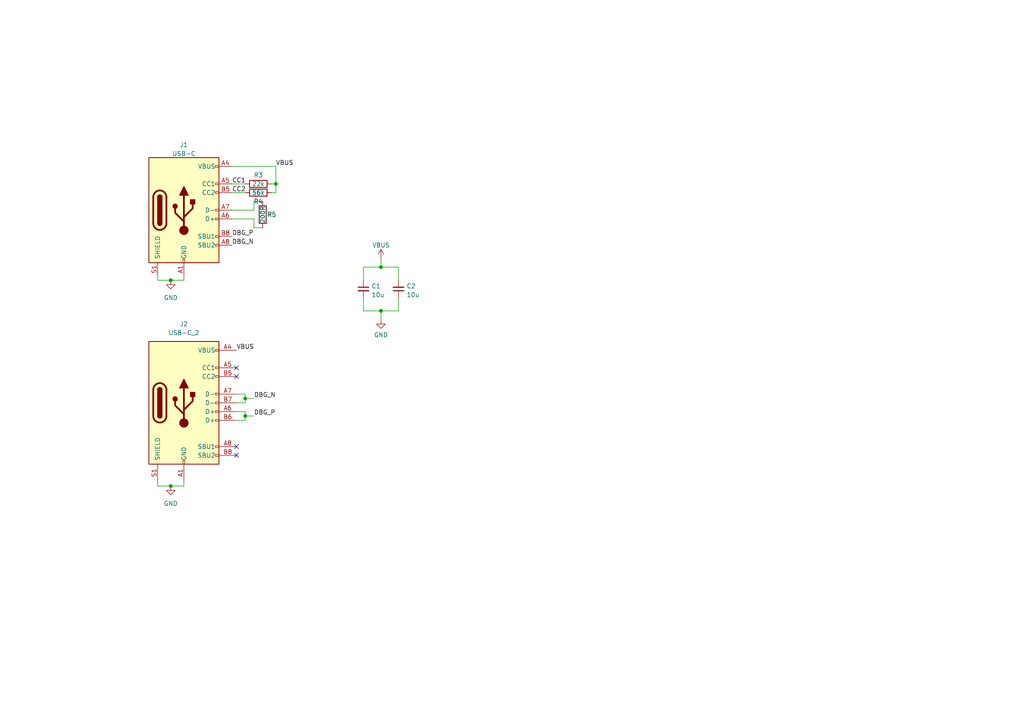
<source format=kicad_sch>
(kicad_sch (version 20230121) (generator eeschema)
  (paper "A4")
  (lib_symbols
    (symbol "1_My_Symbols:USB_C_Debug_Plug" (pin_names (offset 1.016))
      (property "Reference" "P" (at -10.16 19.05 0))
      (property "Value" "USB_C_Debug_Plug" (at 12.7 19.05 0))
      (symbol "USB_C_Debug_Plug_0_0"
        (rectangle (start -0.254 -15.24) (end 0.254 -14.224))
        (rectangle (start 10.16 -9.906) (end 9.144 -10.414))
        (rectangle (start 10.16 -7.366) (end 9.144 -7.874))
        (rectangle (start 10.16 -2.286) (end 9.144 -2.794))
        (rectangle (start 10.16 0.254) (end 9.144 -0.254))
        (rectangle (start 10.16 5.334) (end 9.144 4.826))
        (rectangle (start 10.16 7.874) (end 9.144 7.366))
        (rectangle (start 10.16 12.954) (end 9.144 12.446))
        (pin bidirectional line (at 13.97 -10.16 180) (length 3.81) (name "SBU2") (number "A8"))
        (pin bidirectional line (at 13.97 -7.62 180) (length 3.81) (name "SBU1") (number "B8"))
      )
      (symbol "USB_C_Debug_Plug_0_1"
        (rectangle (start -10.16 15.24) (end 10.16 -15.24) (stroke (width 0.254)) (fill (type background)))
        (arc (start -8.89 -3.81) (mid -6.985 -5.7067) (end -5.08 -3.81) (stroke (width 0.508)))
        (arc (start -7.62 -3.81) (mid -6.985 -4.4423) (end -6.35 -3.81) (stroke (width 0.254)))
        (arc (start -7.62 -3.81) (mid -6.985 -4.4423) (end -6.35 -3.81) (stroke (width 0.254)) (fill (type outline)))
        (rectangle (start -7.62 -3.81) (end -6.35 3.81) (stroke (width 0.254)) (fill (type outline)))
        (arc (start -6.35 3.81) (mid -6.985 4.4423) (end -7.62 3.81) (stroke (width 0.254)))
        (arc (start -6.35 3.81) (mid -6.985 4.4423) (end -7.62 3.81) (stroke (width 0.254)) (fill (type outline)))
        (arc (start -5.08 3.81) (mid -6.985 5.7067) (end -8.89 3.81) (stroke (width 0.508)))
        (circle (center -2.54 1.143) (radius 0.635) (stroke (width 0.254)) (fill (type outline)))
        (circle (center 0 -5.842) (radius 1.27) (fill (type outline)))
        (polyline (pts (xy -8.89 -3.81) (xy -8.89 3.81)) (stroke (width 0.508)))
        (polyline (pts (xy -5.08 3.81) (xy -5.08 -3.81)) (stroke (width 0.508)))
        (polyline (pts (xy 0 -5.842) (xy 0 4.318)) (stroke (width 0.508)))
        (polyline (pts (xy 0 -3.302) (xy -2.54 -0.762) (xy -2.54 0.508)) (stroke (width 0.508)))
        (polyline (pts (xy 0 -2.032) (xy 2.54 0.508) (xy 2.54 1.778)) (stroke (width 0.508)))
        (polyline (pts (xy -1.27 4.318) (xy 0 6.858) (xy 1.27 4.318) (xy -1.27 4.318)) (stroke (width 0.254)) (fill (type outline)))
        (rectangle (start 1.905 1.778) (end 3.175 3.048) (stroke (width 0.254)) (fill (type outline)))
      )
      (symbol "USB_C_Debug_Plug_1_1"
        (pin passive line (at 0 -19.05 90) (length 3.81) (name "GND") (number "A1"))
        (pin passive line (at 0 -19.05 90) (length 3.81) hide (name "GND") (number "A12"))
        (pin passive line (at 13.97 12.7 180) (length 3.81) (name "VBUS") (number "A4"))
        (pin bidirectional line (at 13.97 7.62 180) (length 3.81) (name "CC1") (number "A5"))
        (pin bidirectional line (at 13.97 -2.54 180) (length 3.81) (name "D+") (number "A6"))
        (pin bidirectional line (at 13.97 0 180) (length 3.81) (name "D-") (number "A7"))
        (pin passive line (at 13.97 12.7 180) (length 3.81) hide (name "VBUS") (number "A9"))
        (pin passive line (at 0 -19.05 90) (length 3.81) hide (name "GND") (number "B1"))
        (pin passive line (at 0 -19.05 90) (length 3.81) hide (name "GND") (number "B12"))
        (pin passive line (at 13.97 12.7 180) (length 3.81) hide (name "VBUS") (number "B4"))
        (pin bidirectional line (at 13.97 5.08 180) (length 3.81) (name "CC2") (number "B5"))
        (pin passive line (at 13.97 12.7 180) (length 3.81) hide (name "VBUS") (number "B9"))
        (pin passive line (at -7.62 -19.05 90) (length 3.81) (name "SHIELD") (number "S1"))
      )
    )
    (symbol "Connector:USB_C_Receptacle_USB2.0" (pin_names (offset 1.016))
      (property "Reference" "J" (at -10.16 19.05 0))
      (property "Value" "USB_C_Receptacle_USB2.0" (at 19.05 19.05 0))
      (symbol "USB_C_Receptacle_USB2.0_0_0"
        (rectangle (start -0.254 -17.78) (end 0.254 -16.764))
        (rectangle (start 10.16 -14.986) (end 9.144 -15.494))
        (rectangle (start 10.16 -12.446) (end 9.144 -12.954))
        (rectangle (start 10.16 -4.826) (end 9.144 -5.334))
        (rectangle (start 10.16 -2.286) (end 9.144 -2.794))
        (rectangle (start 10.16 0.254) (end 9.144 -0.254))
        (rectangle (start 10.16 2.794) (end 9.144 2.286))
        (rectangle (start 10.16 7.874) (end 9.144 7.366))
        (rectangle (start 10.16 10.414) (end 9.144 9.906))
        (rectangle (start 10.16 15.494) (end 9.144 14.986))
      )
      (symbol "USB_C_Receptacle_USB2.0_0_1"
        (rectangle (start -10.16 17.78) (end 10.16 -17.78) (stroke (width 0.254)) (fill (type background)))
        (arc (start -8.89 -3.81) (mid -6.985 -5.7067) (end -5.08 -3.81) (stroke (width 0.508)))
        (arc (start -7.62 -3.81) (mid -6.985 -4.4423) (end -6.35 -3.81) (stroke (width 0.254)))
        (arc (start -7.62 -3.81) (mid -6.985 -4.4423) (end -6.35 -3.81) (stroke (width 0.254)) (fill (type outline)))
        (rectangle (start -7.62 -3.81) (end -6.35 3.81) (stroke (width 0.254)) (fill (type outline)))
        (arc (start -6.35 3.81) (mid -6.985 4.4423) (end -7.62 3.81) (stroke (width 0.254)))
        (arc (start -6.35 3.81) (mid -6.985 4.4423) (end -7.62 3.81) (stroke (width 0.254)) (fill (type outline)))
        (arc (start -5.08 3.81) (mid -6.985 5.7067) (end -8.89 3.81) (stroke (width 0.508)))
        (circle (center -2.54 1.143) (radius 0.635) (stroke (width 0.254)) (fill (type outline)))
        (circle (center 0 -5.842) (radius 1.27) (fill (type outline)))
        (polyline (pts (xy -8.89 -3.81) (xy -8.89 3.81)) (stroke (width 0.508)))
        (polyline (pts (xy -5.08 3.81) (xy -5.08 -3.81)) (stroke (width 0.508)))
        (polyline (pts (xy 0 -5.842) (xy 0 4.318)) (stroke (width 0.508)))
        (polyline (pts (xy 0 -3.302) (xy -2.54 -0.762) (xy -2.54 0.508)) (stroke (width 0.508)))
        (polyline (pts (xy 0 -2.032) (xy 2.54 0.508) (xy 2.54 1.778)) (stroke (width 0.508)))
        (polyline (pts (xy -1.27 4.318) (xy 0 6.858) (xy 1.27 4.318) (xy -1.27 4.318)) (stroke (width 0.254)) (fill (type outline)))
        (rectangle (start 1.905 1.778) (end 3.175 3.048) (stroke (width 0.254)) (fill (type outline)))
      )
      (symbol "USB_C_Receptacle_USB2.0_1_1"
        (pin passive line (at 0 -22.86 90) (length 5.08) (name "GND") (number "A1"))
        (pin passive line (at 0 -22.86 90) (length 5.08) hide (name "GND") (number "A12"))
        (pin passive line (at 15.24 15.24 180) (length 5.08) (name "VBUS") (number "A4"))
        (pin bidirectional line (at 15.24 10.16 180) (length 5.08) (name "CC1") (number "A5"))
        (pin bidirectional line (at 15.24 -2.54 180) (length 5.08) (name "D+") (number "A6"))
        (pin bidirectional line (at 15.24 2.54 180) (length 5.08) (name "D-") (number "A7"))
        (pin bidirectional line (at 15.24 -12.7 180) (length 5.08) (name "SBU1") (number "A8"))
        (pin passive line (at 15.24 15.24 180) (length 5.08) hide (name "VBUS") (number "A9"))
        (pin passive line (at 0 -22.86 90) (length 5.08) hide (name "GND") (number "B1"))
        (pin passive line (at 0 -22.86 90) (length 5.08) hide (name "GND") (number "B12"))
        (pin passive line (at 15.24 15.24 180) (length 5.08) hide (name "VBUS") (number "B4"))
        (pin bidirectional line (at 15.24 7.62 180) (length 5.08) (name "CC2") (number "B5"))
        (pin bidirectional line (at 15.24 -5.08 180) (length 5.08) (name "D+") (number "B6"))
        (pin bidirectional line (at 15.24 0 180) (length 5.08) (name "D-") (number "B7"))
        (pin bidirectional line (at 15.24 -15.24 180) (length 5.08) (name "SBU2") (number "B8"))
        (pin passive line (at 15.24 15.24 180) (length 5.08) hide (name "VBUS") (number "B9"))
        (pin passive line (at -7.62 -22.86 90) (length 5.08) (name "SHIELD") (number "S1"))
      )
    )
    (symbol "Device:C_Small" (pin_numbers hide) (pin_names (offset 0.254) hide)
      (property "Reference" "C" (at 0.254 1.778 0))
      (property "Value" "C_Small" (at 0.254 -2.032 0))
      (symbol "C_Small_0_1"
        (polyline (pts (xy -1.524 -0.508) (xy 1.524 -0.508)) (stroke (width 0.3302)))
        (polyline (pts (xy -1.524 0.508) (xy 1.524 0.508)) (stroke (width 0.3048)))
      )
      (symbol "C_Small_1_1"
        (pin passive line (at 0 2.54 270) (length 2.032) (name "~") (number "1"))
        (pin passive line (at 0 -2.54 90) (length 2.032) (name "~") (number "2"))
      )
    )
    (symbol "Device:R" (pin_numbers hide) (pin_names (offset 0))
      (property "Reference" "R" (at 2.032 0 90))
      (property "Value" "R" (at 0 0 90))
      (symbol "R_0_1"
        (rectangle (start -1.016 -2.54) (end 1.016 2.54) (stroke (width 0.254)))
      )
      (symbol "R_1_1"
        (pin passive line (at 0 3.81 270) (length 1.27) (name "~") (number "1"))
        (pin passive line (at 0 -3.81 90) (length 1.27) (name "~") (number "2"))
      )
    )
    (symbol "power:GND" (power) (pin_names (offset 0))
      (property "Value" "GND" (at 0 -3.81 0))
      (symbol "GND_0_1"
        (polyline (pts (xy 0 0) (xy 0 -1.27) (xy 1.27 -1.27) (xy 0 -2.54) (xy -1.27 -1.27) (xy 0 -1.27)))
      )
      (symbol "GND_1_1"
        (pin power_in line (at 0 0 270) (length 0) hide (name "GND") (number "1"))
      )
    )
    (symbol "power:VBUS" (power) (pin_names (offset 0))
      (property "Value" "VBUS" (at 0 3.81 0))
      (symbol "VBUS_0_1"
        (polyline (pts (xy -0.762 1.27) (xy 0 2.54)))
        (polyline (pts (xy 0 0) (xy 0 2.54)))
        (polyline (pts (xy 0 2.54) (xy 0.762 1.27)))
      )
      (symbol "VBUS_1_1"
        (pin power_in line (at 0 0 90) (length 0) hide (name "VBUS") (number "1"))
      )
    )
  )
  (junction (at 71.12 115.57))
  (junction (at 110.49 90.17))
  (junction (at 49.53 140.97))
  (junction (at 49.53 81.28))
  (junction (at 80.01 53.34))
  (junction (at 110.49 77.47))
  (junction (at 71.12 120.65))
  (no_connect (at 68.58 106.68))
  (no_connect (at 68.58 109.22))
  (no_connect (at 68.58 132.08))
  (no_connect (at 68.58 129.54))
  (wire (pts (xy 71.12 115.57) (xy 71.12 116.84)))
  (wire (pts (xy 105.41 86.36) (xy 105.41 90.17)))
  (wire (pts (xy 115.57 77.47) (xy 115.57 81.28)))
  (wire (pts (xy 67.31 60.96) (xy 73.66 60.96)))
  (wire (pts (xy 49.53 140.97) (xy 53.34 140.97)))
  (wire (pts (xy 71.12 53.34) (xy 67.31 53.34)))
  (wire (pts (xy 71.12 119.38) (xy 71.12 120.65)))
  (wire (pts (xy 105.41 77.47) (xy 105.41 81.28)))
  (wire (pts (xy 53.34 140.97) (xy 53.34 139.7)))
  (wire (pts (xy 78.74 53.34) (xy 80.01 53.34)))
  (wire (pts (xy 71.12 116.84) (xy 68.58 116.84)))
  (wire (pts (xy 71.12 114.3) (xy 71.12 115.57)))
  (wire (pts (xy 115.57 86.36) (xy 115.57 90.17)))
  (wire (pts (xy 73.66 58.42) (xy 76.2 58.42)))
  (wire (pts (xy 80.01 53.34) (xy 80.01 48.26)))
  (wire (pts (xy 45.72 140.97) (xy 49.53 140.97)))
  (wire (pts (xy 73.66 66.04) (xy 73.66 63.5)))
  (wire (pts (xy 80.01 55.88) (xy 80.01 53.34)))
  (wire (pts (xy 45.72 81.28) (xy 49.53 81.28)))
  (wire (pts (xy 45.72 139.7) (xy 45.72 140.97)))
  (wire (pts (xy 71.12 121.92) (xy 68.58 121.92)))
  (wire (pts (xy 45.72 80.01) (xy 45.72 81.28)))
  (wire (pts (xy 73.66 63.5) (xy 67.31 63.5)))
  (wire (pts (xy 49.53 81.28) (xy 53.34 81.28)))
  (wire (pts (xy 110.49 90.17) (xy 105.41 90.17)))
  (wire (pts (xy 68.58 114.3) (xy 71.12 114.3)))
  (wire (pts (xy 71.12 55.88) (xy 67.31 55.88)))
  (wire (pts (xy 78.74 55.88) (xy 80.01 55.88)))
  (wire (pts (xy 68.58 119.38) (xy 71.12 119.38)))
  (wire (pts (xy 73.66 60.96) (xy 73.66 58.42)))
  (wire (pts (xy 110.49 77.47) (xy 110.49 74.93)))
  (wire (pts (xy 71.12 120.65) (xy 73.66 120.65)))
  (wire (pts (xy 76.2 66.04) (xy 73.66 66.04)))
  (wire (pts (xy 71.12 115.57) (xy 73.66 115.57)))
  (wire (pts (xy 115.57 90.17) (xy 110.49 90.17)))
  (wire (pts (xy 67.31 48.26) (xy 80.01 48.26)))
  (wire (pts (xy 71.12 120.65) (xy 71.12 121.92)))
  (wire (pts (xy 110.49 90.17) (xy 110.49 92.71)))
  (wire (pts (xy 53.34 81.28) (xy 53.34 80.01)))
  (wire (pts (xy 110.49 77.47) (xy 115.57 77.47)))
  (wire (pts (xy 110.49 77.47) (xy 105.41 77.47)))
  (label "DBG_N" (at 73.66 115.57 0))
  (label "VBUS" (at 80.01 48.26 0))
  (label "DBG_P" (at 67.31 68.58 0))
  (label "DBG_P" (at 73.66 120.65 0))
  (label "CC2" (at 67.31 55.88 0))
  (label "VBUS" (at 68.58 101.6 0))
  (label "CC1" (at 67.31 53.34 0))
  (label "DBG_N" (at 67.31 71.12 0))
  (symbol (lib_id "Device:R") (at 76.2 62.23 0) (unit 1)
    (property "Reference" "R5" (at 77.47 62.23 0) (effects (justify left)))
    (property "Value" "200R" (at 76.2 64.77 90) (effects (justify left)))
    (property "Footprint" "Resistor_SMD:R_0402_1005Metric" (effects hide))
  )
  (symbol (lib_id "Device:R") (at 74.93 53.34 90) (unit 1)
    (property "Reference" "R3" (at 74.93 50.8 90))
    (property "Value" "22k" (at 74.93 53.34 90))
    (property "Footprint" "Resistor_SMD:R_0402_1005Metric" (effects hide))
  )
  (symbol (lib_id "power:VBUS") (at 110.49 74.93 0) (unit 1)
    (property "Reference" "#PWR01" (effects hide))
    (property "Value" "VBUS" (at 110.49 71.12 0))
  )
  (symbol (lib_id "power:GND") (at 49.53 81.28 0) (unit 1)
    (property "Reference" "#PWR02" (effects hide))
    (property "Value" "GND" (at 49.53 86.36 0))
  )
  (symbol (lib_id "Connector:USB_C_Receptacle_USB2.0") (at 53.34 116.84 0) (unit 1)
    (property "Reference" "J2" (at 53.34 93.98 0))
    (property "Value" "USB-C_2" (at 53.34 96.52 0))
    (property "Footprint" "Connector_USB:USB_C_Receptacle_HRO_TYPE-C-31-M-12" (effects hide))
    (property "Datasheet" "https://www.usb.org/sites/default/files/documents/usb_type-c.zip" (effects hide))
  )
  (symbol (lib_id "power:GND") (at 110.49 92.71 0) (unit 1)
    (property "Reference" "#PWR03" (effects hide))
    (property "Value" "GND" (at 110.49 97.1534 0))
  )
  (symbol (lib_id "Device:R") (at 74.93 55.88 90) (unit 1)
    (property "Reference" "R4" (at 74.93 58.42 90))
    (property "Value" "56k" (at 74.93 55.88 90))
    (property "Footprint" "Resistor_SMD:R_0402_1005Metric" (effects hide))
  )
  (symbol (lib_id "1_My_Symbols:USB_C_Debug_Plug") (at 53.34 60.96 0) (unit 1)
    (property "Reference" "J1" (at 53.34 42.0202 0))
    (property "Value" "USB-C" (at 53.34 44.5571 0))
    (property "Footprint" "Connector_USB:USB_C_Plug_Molex_105444" (effects hide))
  )
  (symbol (lib_id "Device:C_Small") (at 105.41 83.82 0) (unit 1)
    (property "Reference" "C1" (at 107.7341 82.9916 0) (effects (justify left)))
    (property "Value" "10u" (at 107.7341 85.5285 0) (effects (justify left)))
    (property "Footprint" "Capacitor_SMD:C_0603_1608Metric" (effects hide))
  )
  (symbol (lib_id "power:GND") (at 49.53 140.97 0) (unit 1)
    (property "Reference" "#PWR04" (effects hide))
    (property "Value" "GND" (at 49.53 146.05 0))
  )
  (symbol (lib_id "Device:C_Small") (at 115.57 83.82 180) (unit 1)
    (property "Reference" "C2" (at 117.8941 82.9789 0) (effects (justify right)))
    (property "Value" "10u" (at 117.8941 85.5158 0) (effects (justify right)))
    (property "Footprint" "Capacitor_SMD:C_0603_1608Metric" (effects hide))
  )
)
</source>
